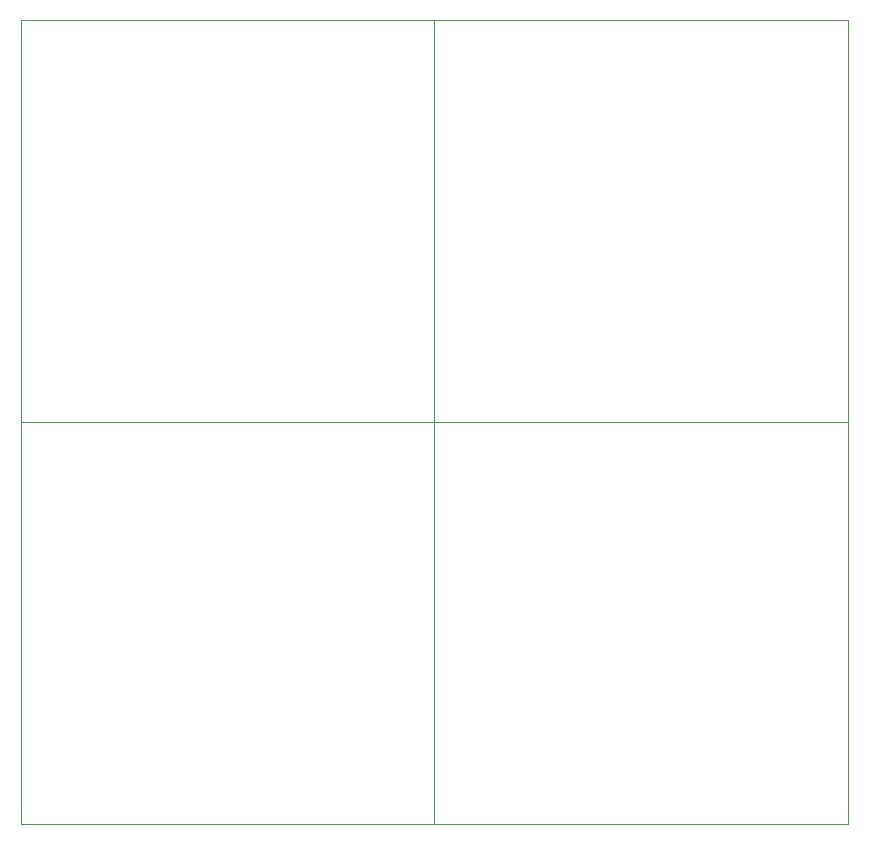
<source format=gbr>
%TF.GenerationSoftware,KiCad,Pcbnew,7.0.11+dfsg-1build4*%
%TF.CreationDate,2026-01-16T21:08:39-05:00*%
%TF.ProjectId,,58585858-5858-4585-9858-585858585858,rev?*%
%TF.SameCoordinates,Original*%
%TF.FileFunction,Profile,NP*%
%FSLAX46Y46*%
G04 Gerber Fmt 4.6, Leading zero omitted, Abs format (unit mm)*
G04 Created by KiCad (PCBNEW 7.0.11+dfsg-1build4) date 2026-01-16 21:08:39*
%MOMM*%
%LPD*%
G01*
G04 APERTURE LIST*
%TA.AperFunction,Profile*%
%ADD10C,0.050000*%
%TD*%
G04 APERTURE END LIST*
D10*
X107060000Y-85740000D02*
X142060000Y-85740000D01*
X142060000Y-119740000D01*
X107060000Y-119740000D01*
X107060000Y-85740000D01*
X72060000Y-85740000D02*
X107060000Y-85740000D01*
X107060000Y-119740000D01*
X72060000Y-119740000D01*
X72060000Y-85740000D01*
X107060000Y-51740000D02*
X142060000Y-51740000D01*
X142060000Y-85740000D01*
X107060000Y-85740000D01*
X107060000Y-51740000D01*
X72060000Y-51740000D02*
X107060000Y-51740000D01*
X107060000Y-85740000D01*
X72060000Y-85740000D01*
X72060000Y-51740000D01*
M02*

</source>
